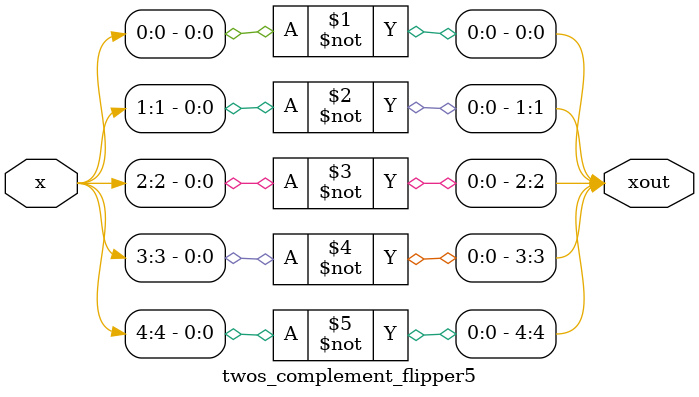
<source format=v>
module twos_complement_flipper5(x, xout);
	input [4:0] x;
	output [4:0] xout;
	not notter0(xout[0], x[0]);
	not notter1(xout[1], x[1]);
	not notter2(xout[2], x[2]);
	not notter3(xout[3], x[3]);
	not notter4(xout[4], x[4]);

endmodule
</source>
